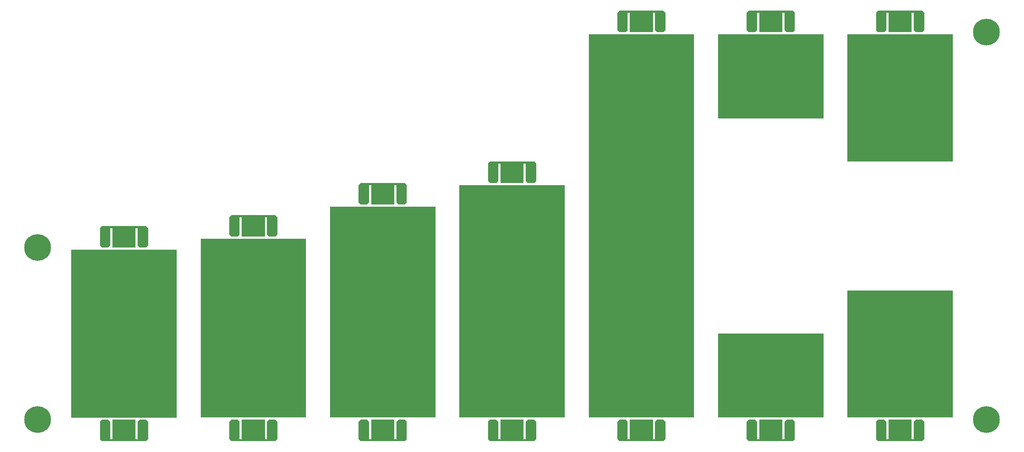
<source format=gbr>
%FSTAX66Y66*%
%MOMM*%
%SFA1B1*%

%IPPOS*%
%ADD25C,6.203188*%
%LNmtrl_0mm_thru_soldermask_top-1*%
%LPD*%
G36*
X000210587996Y00009951819D02*
Y000095483375D01*
X000210105396Y000095000775*
X000208657596*
X000208174996Y000095483375*
Y000099500791*
X000207674997*
Y000095000775*
X000202324995*
Y000099500791*
X000201824996*
Y000095483375*
X000201342396Y000095000775*
X000199894596*
X000199411996Y000095483375*
Y00009951819*
X000199894596Y00010000079*
X000210105396*
X000210587996Y00009951819*
G37*
G36*
X000180588005Y000099517581D02*
Y000095482791D01*
X000180105405Y000095000191*
X000178657605*
X00017817498Y000095482791*
Y000099500182*
X000177674981*
Y000095000191*
X000172324979*
Y000099500182*
X000171825005*
Y000095482791*
X000171342405Y000095000191*
X000169894605*
X00016941198Y000095482791*
Y000099517581*
X000169894605Y000100000181*
X000180105405*
X000180588005Y000099517581*
G37*
G36*
X000150587989Y0000995172D02*
Y000095482384D01*
X000150105389Y000094999784*
X000148657589*
X000148174989Y000095482384*
Y000099499775*
X00014767499*
Y000094999784*
X000142324988*
Y000099499775*
X000141824989*
Y000095482384*
X000141342389Y000094999784*
X000139894589*
X000139411989Y000095482384*
Y0000995172*
X000139894589Y0000999998*
X000150105389*
X000150587989Y0000995172*
G37*
G36*
X000187221977Y00007500018D02*
X000162778008D01*
Y000094500192*
X000187221977*
Y00007500018*
G37*
G36*
X000217221968Y000075000789D02*
Y00006500241D01*
X000192777999*
Y000075000789*
Y000094500776*
X000217221968*
Y000075000789*
G37*
G36*
X000120587998Y000064516787D02*
Y000060481972D01*
X000120105398Y000059999372*
X000118657598*
X000118174998Y000060481972*
Y000064499388*
X000117674999*
Y000059999372*
X000112324997*
Y000064499388*
X000111824998*
Y000060481972*
X000111342398Y000059999372*
X000109894598*
X000109411998Y000060481972*
Y000064516787*
X000109894598Y000064999387*
X000120105398*
X000120587998Y000064516787*
G37*
G36*
X000090587982Y000059516365D02*
Y000055481575D01*
X000090105382Y000054998975*
X000088657582*
X000088174982Y000055481575*
Y000059498966*
X000087674983*
Y000054998975*
X000082324981*
Y000059498966*
X000081824982*
Y000055481575*
X000081342382Y000054998975*
X000079894582*
X000079411982Y000055481575*
Y000059516365*
X000079894582Y000059998965*
X000090105382*
X000090587982Y000059516365*
G37*
G36*
X000060587991Y000052015974D02*
Y000047981184D01*
X000060105391Y000047498584*
X000058657591*
X000058174991Y000047981184*
Y000051998575*
X000057674992*
Y000047498584*
X00005232499*
Y000051998575*
X000051824991*
Y000047981184*
X000051342391Y000047498584*
X000049894591*
X000049411991Y000047981184*
Y000052015974*
X000049894591Y000052498574*
X000060105391*
X000060587991Y000052015974*
G37*
G36*
X000030587975Y000049515776D02*
Y000045480986D01*
X000030105375Y000044998386*
X000028657575*
X000028174975Y000045480986*
Y000049498377*
X000027674976*
Y000044998386*
X000022324999*
Y000049498377*
X000021824975*
Y000045480986*
X000021342375Y000044998386*
X000019894575*
X000019411975Y000045480986*
Y000049515776*
X000019894575Y000049998376*
X000030105375*
X000030587975Y000049515776*
G37*
G36*
X000217221968Y000025002388D02*
Y000005502402D01*
X000192777999*
Y000025002388*
Y000035000793*
X000217221968*
Y000025002388*
G37*
G36*
X000187221977Y000005501792D02*
X000162778008D01*
Y000025001804*
X000187221977*
Y000005501792*
G37*
G36*
X000157221961Y000074999799D02*
Y000025001397D01*
Y000005501386*
X000132778017*
Y000025001397*
Y000074999799*
Y000094499785*
X000157221961*
Y000074999799*
G37*
G36*
X00012722197Y000039999386D02*
Y000025000991D01*
Y000005500979*
X000102778001*
Y000025000991*
Y000039999386*
Y000059499398*
X00012722197*
Y000039999386*
G37*
G36*
X000097221979Y000034998964D02*
Y000025000585D01*
Y000005500598*
X00007277801*
Y000025000585*
Y000034998964*
Y000054498976*
X000097221979*
Y000034998964*
G37*
G36*
X000067221989Y000027498573D02*
Y000025000178D01*
Y000005500192*
X000042777994*
Y000025000178*
Y000027498573*
Y000046998585*
X000067221989*
Y000027498573*
G37*
G36*
X000037221972Y000024998375D02*
Y000005499785D01*
X000012778003*
Y000024998375*
Y000044498387*
X000037221972*
Y000024998375*
G37*
G36*
X000210587996Y000004519803D02*
Y000000484987D01*
X000210105396Y000000002387*
X000199894596*
X000199411996Y000000484987*
Y000004519803*
X000199894596Y000005002403*
X000201342396*
X000201824996Y000004519803*
Y000000502386*
X000202324995*
Y000005002403*
X000207674997*
Y000000502386*
X000208174996*
Y000004519803*
X000208657596Y000005002403*
X000210105396*
X000210587996Y000004519803*
G37*
G36*
X000180588005Y000004519193D02*
Y000000484403D01*
X000180105405Y000000001803*
X000169894605*
X00016941198Y000000484403*
Y000004519193*
X000169894605Y000005001793*
X000171342405*
X000171825005Y000004519193*
Y000000501802*
X000172324979*
Y000005001793*
X000177674981*
Y000000501802*
X00017817498*
Y000004519193*
X000178657605Y000005001793*
X000180105405*
X000180588005Y000004519193*
G37*
G36*
X000150587989Y000004518787D02*
Y000000483997D01*
X000150105389Y000000001397*
X000139894589*
X000139411989Y000000483997*
Y000004518787*
X000139894589Y000005001387*
X000141342389*
X000141824989Y000004518787*
Y000000501396*
X000142324988*
Y000005001387*
X00014767499*
Y000000501396*
X000148174989*
Y000004518787*
X000148657589Y000005001387*
X000150105389*
X000150587989Y000004518787*
G37*
G36*
X000120587998Y000004518406D02*
Y00000048359D01*
X000120105398Y00000000099*
X000109894598*
X000109411998Y00000048359*
Y000004518406*
X000109894598Y000005001006*
X000111342398*
X000111824998Y000004518406*
Y000000500989*
X000112324997*
Y000005001006*
X000117674999*
Y000000500989*
X000118174998*
Y000004518406*
X000118657598Y000005001006*
X000120105398*
X000120587998Y000004518406*
G37*
G36*
X000090587982Y000004517999D02*
Y000000483184D01*
X000090105382Y000000000584*
X000079894582*
X000079411982Y000000483184*
Y000004517999*
X000079894582Y000005000599*
X000081342382*
X000081824982Y000004517999*
Y000000500583*
X000082324981*
Y000005000599*
X000087674983*
Y000000500583*
X000088174982*
Y000004517999*
X000088657582Y000005000599*
X000090105382*
X000090587982Y000004517999*
G37*
G36*
X000060587991Y000004517593D02*
Y000000482777D01*
X000060105391Y000000000177*
X000049894591*
X000049411991Y000000482777*
Y000004517593*
X000049894591Y000005000193*
X000051342391*
X000051824991Y000004517593*
Y000000500176*
X00005232499*
Y000005000193*
X000057674992*
Y000000500176*
X000058174991*
Y000004517593*
X000058657591Y000005000193*
X000060105391*
X000060587991Y000004517593*
G37*
G36*
X000030587975Y000004517186D02*
Y000000482396D01*
X000030105375Y-000000000177*
X000019894575*
X000019411975Y000000482396*
Y000004517186*
X000019894575Y000004999786*
X000021342375*
X000021824975Y000004517186*
Y000000499795*
X000022324999*
Y000004999786*
X000027674976*
Y000000499795*
X000028174975*
Y000004517186*
X000028657575Y000004999786*
X000030105375*
X000030587975Y000004517186*
G37*
G54D25*
X00000499999Y000044999986D03*
X000224999981Y000094999987D03*
X000224999956Y000005001615D03*
X00000499999Y000005000015D03*
M02*
</source>
